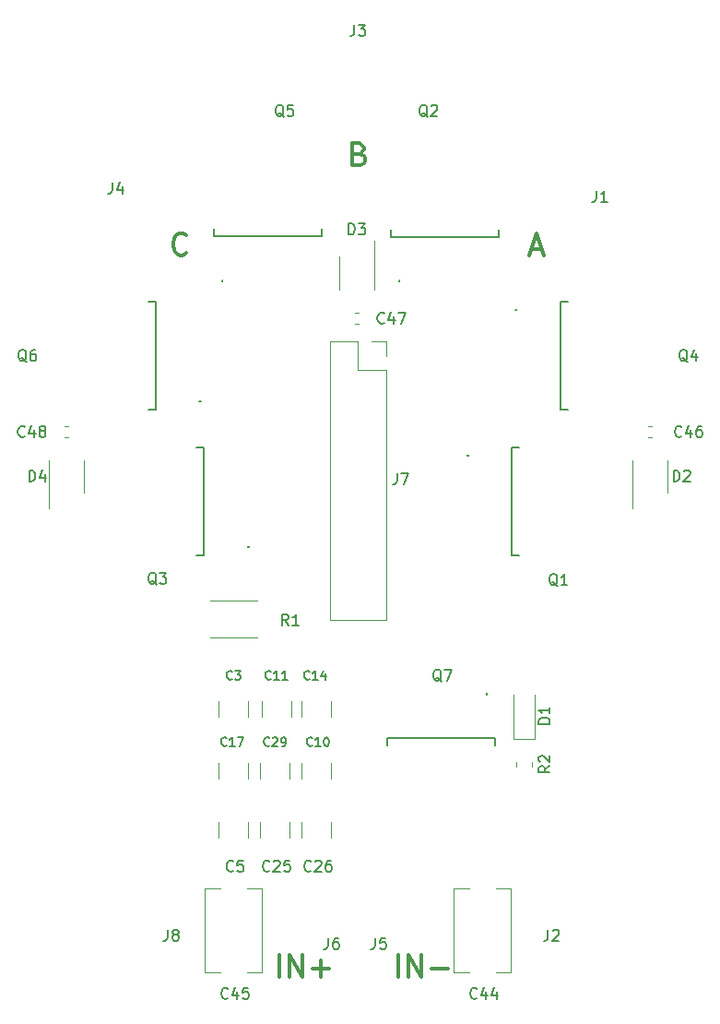
<source format=gbr>
%TF.GenerationSoftware,KiCad,Pcbnew,7.0.6*%
%TF.CreationDate,2023-12-21T21:59:25+03:00*%
%TF.ProjectId,_______ _____,21383b3e-3230-44f2-903f-3b3042302e6b,rev?*%
%TF.SameCoordinates,Original*%
%TF.FileFunction,Legend,Top*%
%TF.FilePolarity,Positive*%
%FSLAX46Y46*%
G04 Gerber Fmt 4.6, Leading zero omitted, Abs format (unit mm)*
G04 Created by KiCad (PCBNEW 7.0.6) date 2023-12-21 21:59:25*
%MOMM*%
%LPD*%
G01*
G04 APERTURE LIST*
%ADD10C,0.150000*%
%ADD11C,0.300000*%
%ADD12C,0.200000*%
%ADD13C,0.120000*%
G04 APERTURE END LIST*
D10*
X118919001Y-68933307D02*
X118823763Y-68885688D01*
X118823763Y-68885688D02*
X118728525Y-68790450D01*
X118728525Y-68790450D02*
X118585668Y-68647592D01*
X118585668Y-68647592D02*
X118490430Y-68599973D01*
X118490430Y-68599973D02*
X118395192Y-68599973D01*
X118442811Y-68838069D02*
X118347573Y-68790450D01*
X118347573Y-68790450D02*
X118252335Y-68695211D01*
X118252335Y-68695211D02*
X118204716Y-68504735D01*
X118204716Y-68504735D02*
X118204716Y-68171402D01*
X118204716Y-68171402D02*
X118252335Y-67980926D01*
X118252335Y-67980926D02*
X118347573Y-67885688D01*
X118347573Y-67885688D02*
X118442811Y-67838069D01*
X118442811Y-67838069D02*
X118633287Y-67838069D01*
X118633287Y-67838069D02*
X118728525Y-67885688D01*
X118728525Y-67885688D02*
X118823763Y-67980926D01*
X118823763Y-67980926D02*
X118871382Y-68171402D01*
X118871382Y-68171402D02*
X118871382Y-68504735D01*
X118871382Y-68504735D02*
X118823763Y-68695211D01*
X118823763Y-68695211D02*
X118728525Y-68790450D01*
X118728525Y-68790450D02*
X118633287Y-68838069D01*
X118633287Y-68838069D02*
X118442811Y-68838069D01*
X119728525Y-67838069D02*
X119538049Y-67838069D01*
X119538049Y-67838069D02*
X119442811Y-67885688D01*
X119442811Y-67885688D02*
X119395192Y-67933307D01*
X119395192Y-67933307D02*
X119299954Y-68076164D01*
X119299954Y-68076164D02*
X119252335Y-68266640D01*
X119252335Y-68266640D02*
X119252335Y-68647592D01*
X119252335Y-68647592D02*
X119299954Y-68742830D01*
X119299954Y-68742830D02*
X119347573Y-68790450D01*
X119347573Y-68790450D02*
X119442811Y-68838069D01*
X119442811Y-68838069D02*
X119633287Y-68838069D01*
X119633287Y-68838069D02*
X119728525Y-68790450D01*
X119728525Y-68790450D02*
X119776144Y-68742830D01*
X119776144Y-68742830D02*
X119823763Y-68647592D01*
X119823763Y-68647592D02*
X119823763Y-68409497D01*
X119823763Y-68409497D02*
X119776144Y-68314259D01*
X119776144Y-68314259D02*
X119728525Y-68266640D01*
X119728525Y-68266640D02*
X119633287Y-68219021D01*
X119633287Y-68219021D02*
X119442811Y-68219021D01*
X119442811Y-68219021D02*
X119347573Y-68266640D01*
X119347573Y-68266640D02*
X119299954Y-68314259D01*
X119299954Y-68314259D02*
X119252335Y-68409497D01*
X142541001Y-46454307D02*
X142445763Y-46406688D01*
X142445763Y-46406688D02*
X142350525Y-46311450D01*
X142350525Y-46311450D02*
X142207668Y-46168592D01*
X142207668Y-46168592D02*
X142112430Y-46120973D01*
X142112430Y-46120973D02*
X142017192Y-46120973D01*
X142064811Y-46359069D02*
X141969573Y-46311450D01*
X141969573Y-46311450D02*
X141874335Y-46216211D01*
X141874335Y-46216211D02*
X141826716Y-46025735D01*
X141826716Y-46025735D02*
X141826716Y-45692402D01*
X141826716Y-45692402D02*
X141874335Y-45501926D01*
X141874335Y-45501926D02*
X141969573Y-45406688D01*
X141969573Y-45406688D02*
X142064811Y-45359069D01*
X142064811Y-45359069D02*
X142255287Y-45359069D01*
X142255287Y-45359069D02*
X142350525Y-45406688D01*
X142350525Y-45406688D02*
X142445763Y-45501926D01*
X142445763Y-45501926D02*
X142493382Y-45692402D01*
X142493382Y-45692402D02*
X142493382Y-46025735D01*
X142493382Y-46025735D02*
X142445763Y-46216211D01*
X142445763Y-46216211D02*
X142350525Y-46311450D01*
X142350525Y-46311450D02*
X142255287Y-46359069D01*
X142255287Y-46359069D02*
X142064811Y-46359069D01*
X143398144Y-45359069D02*
X142921954Y-45359069D01*
X142921954Y-45359069D02*
X142874335Y-45835259D01*
X142874335Y-45835259D02*
X142921954Y-45787640D01*
X142921954Y-45787640D02*
X143017192Y-45740021D01*
X143017192Y-45740021D02*
X143255287Y-45740021D01*
X143255287Y-45740021D02*
X143350525Y-45787640D01*
X143350525Y-45787640D02*
X143398144Y-45835259D01*
X143398144Y-45835259D02*
X143445763Y-45930497D01*
X143445763Y-45930497D02*
X143445763Y-46168592D01*
X143445763Y-46168592D02*
X143398144Y-46263830D01*
X143398144Y-46263830D02*
X143350525Y-46311450D01*
X143350525Y-46311450D02*
X143255287Y-46359069D01*
X143255287Y-46359069D02*
X143017192Y-46359069D01*
X143017192Y-46359069D02*
X142921954Y-46311450D01*
X142921954Y-46311450D02*
X142874335Y-46263830D01*
X155749001Y-46454307D02*
X155653763Y-46406688D01*
X155653763Y-46406688D02*
X155558525Y-46311450D01*
X155558525Y-46311450D02*
X155415668Y-46168592D01*
X155415668Y-46168592D02*
X155320430Y-46120973D01*
X155320430Y-46120973D02*
X155225192Y-46120973D01*
X155272811Y-46359069D02*
X155177573Y-46311450D01*
X155177573Y-46311450D02*
X155082335Y-46216211D01*
X155082335Y-46216211D02*
X155034716Y-46025735D01*
X155034716Y-46025735D02*
X155034716Y-45692402D01*
X155034716Y-45692402D02*
X155082335Y-45501926D01*
X155082335Y-45501926D02*
X155177573Y-45406688D01*
X155177573Y-45406688D02*
X155272811Y-45359069D01*
X155272811Y-45359069D02*
X155463287Y-45359069D01*
X155463287Y-45359069D02*
X155558525Y-45406688D01*
X155558525Y-45406688D02*
X155653763Y-45501926D01*
X155653763Y-45501926D02*
X155701382Y-45692402D01*
X155701382Y-45692402D02*
X155701382Y-46025735D01*
X155701382Y-46025735D02*
X155653763Y-46216211D01*
X155653763Y-46216211D02*
X155558525Y-46311450D01*
X155558525Y-46311450D02*
X155463287Y-46359069D01*
X155463287Y-46359069D02*
X155272811Y-46359069D01*
X156082335Y-45454307D02*
X156129954Y-45406688D01*
X156129954Y-45406688D02*
X156225192Y-45359069D01*
X156225192Y-45359069D02*
X156463287Y-45359069D01*
X156463287Y-45359069D02*
X156558525Y-45406688D01*
X156558525Y-45406688D02*
X156606144Y-45454307D01*
X156606144Y-45454307D02*
X156653763Y-45549545D01*
X156653763Y-45549545D02*
X156653763Y-45644783D01*
X156653763Y-45644783D02*
X156606144Y-45787640D01*
X156606144Y-45787640D02*
X156034716Y-46359069D01*
X156034716Y-46359069D02*
X156653763Y-46359069D01*
X179625001Y-68933307D02*
X179529763Y-68885688D01*
X179529763Y-68885688D02*
X179434525Y-68790450D01*
X179434525Y-68790450D02*
X179291668Y-68647592D01*
X179291668Y-68647592D02*
X179196430Y-68599973D01*
X179196430Y-68599973D02*
X179101192Y-68599973D01*
X179148811Y-68838069D02*
X179053573Y-68790450D01*
X179053573Y-68790450D02*
X178958335Y-68695211D01*
X178958335Y-68695211D02*
X178910716Y-68504735D01*
X178910716Y-68504735D02*
X178910716Y-68171402D01*
X178910716Y-68171402D02*
X178958335Y-67980926D01*
X178958335Y-67980926D02*
X179053573Y-67885688D01*
X179053573Y-67885688D02*
X179148811Y-67838069D01*
X179148811Y-67838069D02*
X179339287Y-67838069D01*
X179339287Y-67838069D02*
X179434525Y-67885688D01*
X179434525Y-67885688D02*
X179529763Y-67980926D01*
X179529763Y-67980926D02*
X179577382Y-68171402D01*
X179577382Y-68171402D02*
X179577382Y-68504735D01*
X179577382Y-68504735D02*
X179529763Y-68695211D01*
X179529763Y-68695211D02*
X179434525Y-68790450D01*
X179434525Y-68790450D02*
X179339287Y-68838069D01*
X179339287Y-68838069D02*
X179148811Y-68838069D01*
X180434525Y-68171402D02*
X180434525Y-68838069D01*
X180196430Y-67790450D02*
X179958335Y-68504735D01*
X179958335Y-68504735D02*
X180577382Y-68504735D01*
X167687001Y-89507307D02*
X167591763Y-89459688D01*
X167591763Y-89459688D02*
X167496525Y-89364450D01*
X167496525Y-89364450D02*
X167353668Y-89221592D01*
X167353668Y-89221592D02*
X167258430Y-89173973D01*
X167258430Y-89173973D02*
X167163192Y-89173973D01*
X167210811Y-89412069D02*
X167115573Y-89364450D01*
X167115573Y-89364450D02*
X167020335Y-89269211D01*
X167020335Y-89269211D02*
X166972716Y-89078735D01*
X166972716Y-89078735D02*
X166972716Y-88745402D01*
X166972716Y-88745402D02*
X167020335Y-88554926D01*
X167020335Y-88554926D02*
X167115573Y-88459688D01*
X167115573Y-88459688D02*
X167210811Y-88412069D01*
X167210811Y-88412069D02*
X167401287Y-88412069D01*
X167401287Y-88412069D02*
X167496525Y-88459688D01*
X167496525Y-88459688D02*
X167591763Y-88554926D01*
X167591763Y-88554926D02*
X167639382Y-88745402D01*
X167639382Y-88745402D02*
X167639382Y-89078735D01*
X167639382Y-89078735D02*
X167591763Y-89269211D01*
X167591763Y-89269211D02*
X167496525Y-89364450D01*
X167496525Y-89364450D02*
X167401287Y-89412069D01*
X167401287Y-89412069D02*
X167210811Y-89412069D01*
X168591763Y-89412069D02*
X168020335Y-89412069D01*
X168306049Y-89412069D02*
X168306049Y-88412069D01*
X168306049Y-88412069D02*
X168210811Y-88554926D01*
X168210811Y-88554926D02*
X168115573Y-88650164D01*
X168115573Y-88650164D02*
X168020335Y-88697783D01*
X157019001Y-98270307D02*
X156923763Y-98222688D01*
X156923763Y-98222688D02*
X156828525Y-98127450D01*
X156828525Y-98127450D02*
X156685668Y-97984592D01*
X156685668Y-97984592D02*
X156590430Y-97936973D01*
X156590430Y-97936973D02*
X156495192Y-97936973D01*
X156542811Y-98175069D02*
X156447573Y-98127450D01*
X156447573Y-98127450D02*
X156352335Y-98032211D01*
X156352335Y-98032211D02*
X156304716Y-97841735D01*
X156304716Y-97841735D02*
X156304716Y-97508402D01*
X156304716Y-97508402D02*
X156352335Y-97317926D01*
X156352335Y-97317926D02*
X156447573Y-97222688D01*
X156447573Y-97222688D02*
X156542811Y-97175069D01*
X156542811Y-97175069D02*
X156733287Y-97175069D01*
X156733287Y-97175069D02*
X156828525Y-97222688D01*
X156828525Y-97222688D02*
X156923763Y-97317926D01*
X156923763Y-97317926D02*
X156971382Y-97508402D01*
X156971382Y-97508402D02*
X156971382Y-97841735D01*
X156971382Y-97841735D02*
X156923763Y-98032211D01*
X156923763Y-98032211D02*
X156828525Y-98127450D01*
X156828525Y-98127450D02*
X156733287Y-98175069D01*
X156733287Y-98175069D02*
X156542811Y-98175069D01*
X157304716Y-97175069D02*
X157971382Y-97175069D01*
X157971382Y-97175069D02*
X157542811Y-98175069D01*
X130857001Y-89380307D02*
X130761763Y-89332688D01*
X130761763Y-89332688D02*
X130666525Y-89237450D01*
X130666525Y-89237450D02*
X130523668Y-89094592D01*
X130523668Y-89094592D02*
X130428430Y-89046973D01*
X130428430Y-89046973D02*
X130333192Y-89046973D01*
X130380811Y-89285069D02*
X130285573Y-89237450D01*
X130285573Y-89237450D02*
X130190335Y-89142211D01*
X130190335Y-89142211D02*
X130142716Y-88951735D01*
X130142716Y-88951735D02*
X130142716Y-88618402D01*
X130142716Y-88618402D02*
X130190335Y-88427926D01*
X130190335Y-88427926D02*
X130285573Y-88332688D01*
X130285573Y-88332688D02*
X130380811Y-88285069D01*
X130380811Y-88285069D02*
X130571287Y-88285069D01*
X130571287Y-88285069D02*
X130666525Y-88332688D01*
X130666525Y-88332688D02*
X130761763Y-88427926D01*
X130761763Y-88427926D02*
X130809382Y-88618402D01*
X130809382Y-88618402D02*
X130809382Y-88951735D01*
X130809382Y-88951735D02*
X130761763Y-89142211D01*
X130761763Y-89142211D02*
X130666525Y-89237450D01*
X130666525Y-89237450D02*
X130571287Y-89285069D01*
X130571287Y-89285069D02*
X130380811Y-89285069D01*
X131142716Y-88285069D02*
X131761763Y-88285069D01*
X131761763Y-88285069D02*
X131428430Y-88666021D01*
X131428430Y-88666021D02*
X131571287Y-88666021D01*
X131571287Y-88666021D02*
X131666525Y-88713640D01*
X131666525Y-88713640D02*
X131714144Y-88761259D01*
X131714144Y-88761259D02*
X131761763Y-88856497D01*
X131761763Y-88856497D02*
X131761763Y-89094592D01*
X131761763Y-89094592D02*
X131714144Y-89189830D01*
X131714144Y-89189830D02*
X131666525Y-89237450D01*
X131666525Y-89237450D02*
X131571287Y-89285069D01*
X131571287Y-89285069D02*
X131285573Y-89285069D01*
X131285573Y-89285069D02*
X131190335Y-89237450D01*
X131190335Y-89237450D02*
X131142716Y-89189830D01*
X131888906Y-121051069D02*
X131888906Y-121765354D01*
X131888906Y-121765354D02*
X131841287Y-121908211D01*
X131841287Y-121908211D02*
X131746049Y-122003450D01*
X131746049Y-122003450D02*
X131603192Y-122051069D01*
X131603192Y-122051069D02*
X131507954Y-122051069D01*
X132507954Y-121479640D02*
X132412716Y-121432021D01*
X132412716Y-121432021D02*
X132365097Y-121384402D01*
X132365097Y-121384402D02*
X132317478Y-121289164D01*
X132317478Y-121289164D02*
X132317478Y-121241545D01*
X132317478Y-121241545D02*
X132365097Y-121146307D01*
X132365097Y-121146307D02*
X132412716Y-121098688D01*
X132412716Y-121098688D02*
X132507954Y-121051069D01*
X132507954Y-121051069D02*
X132698430Y-121051069D01*
X132698430Y-121051069D02*
X132793668Y-121098688D01*
X132793668Y-121098688D02*
X132841287Y-121146307D01*
X132841287Y-121146307D02*
X132888906Y-121241545D01*
X132888906Y-121241545D02*
X132888906Y-121289164D01*
X132888906Y-121289164D02*
X132841287Y-121384402D01*
X132841287Y-121384402D02*
X132793668Y-121432021D01*
X132793668Y-121432021D02*
X132698430Y-121479640D01*
X132698430Y-121479640D02*
X132507954Y-121479640D01*
X132507954Y-121479640D02*
X132412716Y-121527259D01*
X132412716Y-121527259D02*
X132365097Y-121574878D01*
X132365097Y-121574878D02*
X132317478Y-121670116D01*
X132317478Y-121670116D02*
X132317478Y-121860592D01*
X132317478Y-121860592D02*
X132365097Y-121955830D01*
X132365097Y-121955830D02*
X132412716Y-122003450D01*
X132412716Y-122003450D02*
X132507954Y-122051069D01*
X132507954Y-122051069D02*
X132698430Y-122051069D01*
X132698430Y-122051069D02*
X132793668Y-122003450D01*
X132793668Y-122003450D02*
X132841287Y-121955830D01*
X132841287Y-121955830D02*
X132888906Y-121860592D01*
X132888906Y-121860592D02*
X132888906Y-121670116D01*
X132888906Y-121670116D02*
X132841287Y-121574878D01*
X132841287Y-121574878D02*
X132793668Y-121527259D01*
X132793668Y-121527259D02*
X132698430Y-121479640D01*
X166813906Y-121051069D02*
X166813906Y-121765354D01*
X166813906Y-121765354D02*
X166766287Y-121908211D01*
X166766287Y-121908211D02*
X166671049Y-122003450D01*
X166671049Y-122003450D02*
X166528192Y-122051069D01*
X166528192Y-122051069D02*
X166432954Y-122051069D01*
X167242478Y-121146307D02*
X167290097Y-121098688D01*
X167290097Y-121098688D02*
X167385335Y-121051069D01*
X167385335Y-121051069D02*
X167623430Y-121051069D01*
X167623430Y-121051069D02*
X167718668Y-121098688D01*
X167718668Y-121098688D02*
X167766287Y-121146307D01*
X167766287Y-121146307D02*
X167813906Y-121241545D01*
X167813906Y-121241545D02*
X167813906Y-121336783D01*
X167813906Y-121336783D02*
X167766287Y-121479640D01*
X167766287Y-121479640D02*
X167194859Y-122051069D01*
X167194859Y-122051069D02*
X167813906Y-122051069D01*
X144915954Y-98006354D02*
X144877858Y-98044450D01*
X144877858Y-98044450D02*
X144763573Y-98082545D01*
X144763573Y-98082545D02*
X144687382Y-98082545D01*
X144687382Y-98082545D02*
X144573096Y-98044450D01*
X144573096Y-98044450D02*
X144496906Y-97968259D01*
X144496906Y-97968259D02*
X144458811Y-97892069D01*
X144458811Y-97892069D02*
X144420715Y-97739688D01*
X144420715Y-97739688D02*
X144420715Y-97625402D01*
X144420715Y-97625402D02*
X144458811Y-97473021D01*
X144458811Y-97473021D02*
X144496906Y-97396830D01*
X144496906Y-97396830D02*
X144573096Y-97320640D01*
X144573096Y-97320640D02*
X144687382Y-97282545D01*
X144687382Y-97282545D02*
X144763573Y-97282545D01*
X144763573Y-97282545D02*
X144877858Y-97320640D01*
X144877858Y-97320640D02*
X144915954Y-97358735D01*
X145677858Y-98082545D02*
X145220715Y-98082545D01*
X145449287Y-98082545D02*
X145449287Y-97282545D01*
X145449287Y-97282545D02*
X145373096Y-97396830D01*
X145373096Y-97396830D02*
X145296906Y-97473021D01*
X145296906Y-97473021D02*
X145220715Y-97511116D01*
X146363573Y-97549211D02*
X146363573Y-98082545D01*
X146173097Y-97244450D02*
X145982620Y-97815878D01*
X145982620Y-97815878D02*
X146477859Y-97815878D01*
X126808906Y-52471069D02*
X126808906Y-53185354D01*
X126808906Y-53185354D02*
X126761287Y-53328211D01*
X126761287Y-53328211D02*
X126666049Y-53423450D01*
X126666049Y-53423450D02*
X126523192Y-53471069D01*
X126523192Y-53471069D02*
X126427954Y-53471069D01*
X127713668Y-52804402D02*
X127713668Y-53471069D01*
X127475573Y-52423450D02*
X127237478Y-53137735D01*
X127237478Y-53137735D02*
X127856525Y-53137735D01*
D11*
X133603287Y-58942411D02*
X133508049Y-59037650D01*
X133508049Y-59037650D02*
X133222335Y-59132888D01*
X133222335Y-59132888D02*
X133031859Y-59132888D01*
X133031859Y-59132888D02*
X132746144Y-59037650D01*
X132746144Y-59037650D02*
X132555668Y-58847173D01*
X132555668Y-58847173D02*
X132460430Y-58656697D01*
X132460430Y-58656697D02*
X132365192Y-58275745D01*
X132365192Y-58275745D02*
X132365192Y-57990030D01*
X132365192Y-57990030D02*
X132460430Y-57609078D01*
X132460430Y-57609078D02*
X132555668Y-57418602D01*
X132555668Y-57418602D02*
X132746144Y-57228126D01*
X132746144Y-57228126D02*
X133031859Y-57132888D01*
X133031859Y-57132888D02*
X133222335Y-57132888D01*
X133222335Y-57132888D02*
X133508049Y-57228126D01*
X133508049Y-57228126D02*
X133603287Y-57323364D01*
D10*
X171258906Y-53233069D02*
X171258906Y-53947354D01*
X171258906Y-53947354D02*
X171211287Y-54090211D01*
X171211287Y-54090211D02*
X171116049Y-54185450D01*
X171116049Y-54185450D02*
X170973192Y-54233069D01*
X170973192Y-54233069D02*
X170877954Y-54233069D01*
X172258906Y-54233069D02*
X171687478Y-54233069D01*
X171973192Y-54233069D02*
X171973192Y-53233069D01*
X171973192Y-53233069D02*
X171877954Y-53375926D01*
X171877954Y-53375926D02*
X171782716Y-53471164D01*
X171782716Y-53471164D02*
X171687478Y-53518783D01*
D11*
X165274049Y-58561459D02*
X166226430Y-58561459D01*
X165083573Y-59132888D02*
X165750239Y-57132888D01*
X165750239Y-57132888D02*
X166416906Y-59132888D01*
D10*
X145041382Y-115605830D02*
X144993763Y-115653450D01*
X144993763Y-115653450D02*
X144850906Y-115701069D01*
X144850906Y-115701069D02*
X144755668Y-115701069D01*
X144755668Y-115701069D02*
X144612811Y-115653450D01*
X144612811Y-115653450D02*
X144517573Y-115558211D01*
X144517573Y-115558211D02*
X144469954Y-115462973D01*
X144469954Y-115462973D02*
X144422335Y-115272497D01*
X144422335Y-115272497D02*
X144422335Y-115129640D01*
X144422335Y-115129640D02*
X144469954Y-114939164D01*
X144469954Y-114939164D02*
X144517573Y-114843926D01*
X144517573Y-114843926D02*
X144612811Y-114748688D01*
X144612811Y-114748688D02*
X144755668Y-114701069D01*
X144755668Y-114701069D02*
X144850906Y-114701069D01*
X144850906Y-114701069D02*
X144993763Y-114748688D01*
X144993763Y-114748688D02*
X145041382Y-114796307D01*
X145422335Y-114796307D02*
X145469954Y-114748688D01*
X145469954Y-114748688D02*
X145565192Y-114701069D01*
X145565192Y-114701069D02*
X145803287Y-114701069D01*
X145803287Y-114701069D02*
X145898525Y-114748688D01*
X145898525Y-114748688D02*
X145946144Y-114796307D01*
X145946144Y-114796307D02*
X145993763Y-114891545D01*
X145993763Y-114891545D02*
X145993763Y-114986783D01*
X145993763Y-114986783D02*
X145946144Y-115129640D01*
X145946144Y-115129640D02*
X145374716Y-115701069D01*
X145374716Y-115701069D02*
X145993763Y-115701069D01*
X146850906Y-114701069D02*
X146660430Y-114701069D01*
X146660430Y-114701069D02*
X146565192Y-114748688D01*
X146565192Y-114748688D02*
X146517573Y-114796307D01*
X146517573Y-114796307D02*
X146422335Y-114939164D01*
X146422335Y-114939164D02*
X146374716Y-115129640D01*
X146374716Y-115129640D02*
X146374716Y-115510592D01*
X146374716Y-115510592D02*
X146422335Y-115605830D01*
X146422335Y-115605830D02*
X146469954Y-115653450D01*
X146469954Y-115653450D02*
X146565192Y-115701069D01*
X146565192Y-115701069D02*
X146755668Y-115701069D01*
X146755668Y-115701069D02*
X146850906Y-115653450D01*
X146850906Y-115653450D02*
X146898525Y-115605830D01*
X146898525Y-115605830D02*
X146946144Y-115510592D01*
X146946144Y-115510592D02*
X146946144Y-115272497D01*
X146946144Y-115272497D02*
X146898525Y-115177259D01*
X146898525Y-115177259D02*
X146850906Y-115129640D01*
X146850906Y-115129640D02*
X146755668Y-115082021D01*
X146755668Y-115082021D02*
X146565192Y-115082021D01*
X146565192Y-115082021D02*
X146469954Y-115129640D01*
X146469954Y-115129640D02*
X146422335Y-115177259D01*
X146422335Y-115177259D02*
X146374716Y-115272497D01*
X151772382Y-65313830D02*
X151724763Y-65361450D01*
X151724763Y-65361450D02*
X151581906Y-65409069D01*
X151581906Y-65409069D02*
X151486668Y-65409069D01*
X151486668Y-65409069D02*
X151343811Y-65361450D01*
X151343811Y-65361450D02*
X151248573Y-65266211D01*
X151248573Y-65266211D02*
X151200954Y-65170973D01*
X151200954Y-65170973D02*
X151153335Y-64980497D01*
X151153335Y-64980497D02*
X151153335Y-64837640D01*
X151153335Y-64837640D02*
X151200954Y-64647164D01*
X151200954Y-64647164D02*
X151248573Y-64551926D01*
X151248573Y-64551926D02*
X151343811Y-64456688D01*
X151343811Y-64456688D02*
X151486668Y-64409069D01*
X151486668Y-64409069D02*
X151581906Y-64409069D01*
X151581906Y-64409069D02*
X151724763Y-64456688D01*
X151724763Y-64456688D02*
X151772382Y-64504307D01*
X152629525Y-64742402D02*
X152629525Y-65409069D01*
X152391430Y-64361450D02*
X152153335Y-65075735D01*
X152153335Y-65075735D02*
X152772382Y-65075735D01*
X153058097Y-64409069D02*
X153724763Y-64409069D01*
X153724763Y-64409069D02*
X153296192Y-65409069D01*
X141231382Y-115605830D02*
X141183763Y-115653450D01*
X141183763Y-115653450D02*
X141040906Y-115701069D01*
X141040906Y-115701069D02*
X140945668Y-115701069D01*
X140945668Y-115701069D02*
X140802811Y-115653450D01*
X140802811Y-115653450D02*
X140707573Y-115558211D01*
X140707573Y-115558211D02*
X140659954Y-115462973D01*
X140659954Y-115462973D02*
X140612335Y-115272497D01*
X140612335Y-115272497D02*
X140612335Y-115129640D01*
X140612335Y-115129640D02*
X140659954Y-114939164D01*
X140659954Y-114939164D02*
X140707573Y-114843926D01*
X140707573Y-114843926D02*
X140802811Y-114748688D01*
X140802811Y-114748688D02*
X140945668Y-114701069D01*
X140945668Y-114701069D02*
X141040906Y-114701069D01*
X141040906Y-114701069D02*
X141183763Y-114748688D01*
X141183763Y-114748688D02*
X141231382Y-114796307D01*
X141612335Y-114796307D02*
X141659954Y-114748688D01*
X141659954Y-114748688D02*
X141755192Y-114701069D01*
X141755192Y-114701069D02*
X141993287Y-114701069D01*
X141993287Y-114701069D02*
X142088525Y-114748688D01*
X142088525Y-114748688D02*
X142136144Y-114796307D01*
X142136144Y-114796307D02*
X142183763Y-114891545D01*
X142183763Y-114891545D02*
X142183763Y-114986783D01*
X142183763Y-114986783D02*
X142136144Y-115129640D01*
X142136144Y-115129640D02*
X141564716Y-115701069D01*
X141564716Y-115701069D02*
X142183763Y-115701069D01*
X143088525Y-114701069D02*
X142612335Y-114701069D01*
X142612335Y-114701069D02*
X142564716Y-115177259D01*
X142564716Y-115177259D02*
X142612335Y-115129640D01*
X142612335Y-115129640D02*
X142707573Y-115082021D01*
X142707573Y-115082021D02*
X142945668Y-115082021D01*
X142945668Y-115082021D02*
X143040906Y-115129640D01*
X143040906Y-115129640D02*
X143088525Y-115177259D01*
X143088525Y-115177259D02*
X143136144Y-115272497D01*
X143136144Y-115272497D02*
X143136144Y-115510592D01*
X143136144Y-115510592D02*
X143088525Y-115605830D01*
X143088525Y-115605830D02*
X143040906Y-115653450D01*
X143040906Y-115653450D02*
X142945668Y-115701069D01*
X142945668Y-115701069D02*
X142707573Y-115701069D01*
X142707573Y-115701069D02*
X142612335Y-115653450D01*
X142612335Y-115653450D02*
X142564716Y-115605830D01*
X146620906Y-121813069D02*
X146620906Y-122527354D01*
X146620906Y-122527354D02*
X146573287Y-122670211D01*
X146573287Y-122670211D02*
X146478049Y-122765450D01*
X146478049Y-122765450D02*
X146335192Y-122813069D01*
X146335192Y-122813069D02*
X146239954Y-122813069D01*
X147525668Y-121813069D02*
X147335192Y-121813069D01*
X147335192Y-121813069D02*
X147239954Y-121860688D01*
X147239954Y-121860688D02*
X147192335Y-121908307D01*
X147192335Y-121908307D02*
X147097097Y-122051164D01*
X147097097Y-122051164D02*
X147049478Y-122241640D01*
X147049478Y-122241640D02*
X147049478Y-122622592D01*
X147049478Y-122622592D02*
X147097097Y-122717830D01*
X147097097Y-122717830D02*
X147144716Y-122765450D01*
X147144716Y-122765450D02*
X147239954Y-122813069D01*
X147239954Y-122813069D02*
X147430430Y-122813069D01*
X147430430Y-122813069D02*
X147525668Y-122765450D01*
X147525668Y-122765450D02*
X147573287Y-122717830D01*
X147573287Y-122717830D02*
X147620906Y-122622592D01*
X147620906Y-122622592D02*
X147620906Y-122384497D01*
X147620906Y-122384497D02*
X147573287Y-122289259D01*
X147573287Y-122289259D02*
X147525668Y-122241640D01*
X147525668Y-122241640D02*
X147430430Y-122194021D01*
X147430430Y-122194021D02*
X147239954Y-122194021D01*
X147239954Y-122194021D02*
X147144716Y-122241640D01*
X147144716Y-122241640D02*
X147097097Y-122289259D01*
X147097097Y-122289259D02*
X147049478Y-122384497D01*
D11*
X142128526Y-125345888D02*
X142128526Y-123345888D01*
X143080907Y-125345888D02*
X143080907Y-123345888D01*
X143080907Y-123345888D02*
X144223764Y-125345888D01*
X144223764Y-125345888D02*
X144223764Y-123345888D01*
X145176145Y-124583983D02*
X146699955Y-124583983D01*
X145938050Y-125345888D02*
X145938050Y-123822078D01*
D10*
X178347145Y-79887069D02*
X178347145Y-78887069D01*
X178347145Y-78887069D02*
X178585240Y-78887069D01*
X178585240Y-78887069D02*
X178728097Y-78934688D01*
X178728097Y-78934688D02*
X178823335Y-79029926D01*
X178823335Y-79029926D02*
X178870954Y-79125164D01*
X178870954Y-79125164D02*
X178918573Y-79315640D01*
X178918573Y-79315640D02*
X178918573Y-79458497D01*
X178918573Y-79458497D02*
X178870954Y-79648973D01*
X178870954Y-79648973D02*
X178823335Y-79744211D01*
X178823335Y-79744211D02*
X178728097Y-79839450D01*
X178728097Y-79839450D02*
X178585240Y-79887069D01*
X178585240Y-79887069D02*
X178347145Y-79887069D01*
X179299526Y-78982307D02*
X179347145Y-78934688D01*
X179347145Y-78934688D02*
X179442383Y-78887069D01*
X179442383Y-78887069D02*
X179680478Y-78887069D01*
X179680478Y-78887069D02*
X179775716Y-78934688D01*
X179775716Y-78934688D02*
X179823335Y-78982307D01*
X179823335Y-78982307D02*
X179870954Y-79077545D01*
X179870954Y-79077545D02*
X179870954Y-79172783D01*
X179870954Y-79172783D02*
X179823335Y-79315640D01*
X179823335Y-79315640D02*
X179251907Y-79887069D01*
X179251907Y-79887069D02*
X179870954Y-79887069D01*
X137803907Y-98006354D02*
X137765811Y-98044450D01*
X137765811Y-98044450D02*
X137651526Y-98082545D01*
X137651526Y-98082545D02*
X137575335Y-98082545D01*
X137575335Y-98082545D02*
X137461049Y-98044450D01*
X137461049Y-98044450D02*
X137384859Y-97968259D01*
X137384859Y-97968259D02*
X137346764Y-97892069D01*
X137346764Y-97892069D02*
X137308668Y-97739688D01*
X137308668Y-97739688D02*
X137308668Y-97625402D01*
X137308668Y-97625402D02*
X137346764Y-97473021D01*
X137346764Y-97473021D02*
X137384859Y-97396830D01*
X137384859Y-97396830D02*
X137461049Y-97320640D01*
X137461049Y-97320640D02*
X137575335Y-97282545D01*
X137575335Y-97282545D02*
X137651526Y-97282545D01*
X137651526Y-97282545D02*
X137765811Y-97320640D01*
X137765811Y-97320640D02*
X137803907Y-97358735D01*
X138070573Y-97282545D02*
X138565811Y-97282545D01*
X138565811Y-97282545D02*
X138299145Y-97587307D01*
X138299145Y-97587307D02*
X138413430Y-97587307D01*
X138413430Y-97587307D02*
X138489621Y-97625402D01*
X138489621Y-97625402D02*
X138527716Y-97663497D01*
X138527716Y-97663497D02*
X138565811Y-97739688D01*
X138565811Y-97739688D02*
X138565811Y-97930164D01*
X138565811Y-97930164D02*
X138527716Y-98006354D01*
X138527716Y-98006354D02*
X138489621Y-98044450D01*
X138489621Y-98044450D02*
X138413430Y-98082545D01*
X138413430Y-98082545D02*
X138184859Y-98082545D01*
X138184859Y-98082545D02*
X138108668Y-98044450D01*
X138108668Y-98044450D02*
X138070573Y-98006354D01*
X152970906Y-79141069D02*
X152970906Y-79855354D01*
X152970906Y-79855354D02*
X152923287Y-79998211D01*
X152923287Y-79998211D02*
X152828049Y-80093450D01*
X152828049Y-80093450D02*
X152685192Y-80141069D01*
X152685192Y-80141069D02*
X152589954Y-80141069D01*
X153351859Y-79141069D02*
X154018525Y-79141069D01*
X154018525Y-79141069D02*
X153589954Y-80141069D01*
X149033906Y-37993069D02*
X149033906Y-38707354D01*
X149033906Y-38707354D02*
X148986287Y-38850211D01*
X148986287Y-38850211D02*
X148891049Y-38945450D01*
X148891049Y-38945450D02*
X148748192Y-38993069D01*
X148748192Y-38993069D02*
X148652954Y-38993069D01*
X149414859Y-37993069D02*
X150033906Y-37993069D01*
X150033906Y-37993069D02*
X149700573Y-38374021D01*
X149700573Y-38374021D02*
X149843430Y-38374021D01*
X149843430Y-38374021D02*
X149938668Y-38421640D01*
X149938668Y-38421640D02*
X149986287Y-38469259D01*
X149986287Y-38469259D02*
X150033906Y-38564497D01*
X150033906Y-38564497D02*
X150033906Y-38802592D01*
X150033906Y-38802592D02*
X149986287Y-38897830D01*
X149986287Y-38897830D02*
X149938668Y-38945450D01*
X149938668Y-38945450D02*
X149843430Y-38993069D01*
X149843430Y-38993069D02*
X149557716Y-38993069D01*
X149557716Y-38993069D02*
X149462478Y-38945450D01*
X149462478Y-38945450D02*
X149414859Y-38897830D01*
D11*
X149510097Y-49830269D02*
X149795811Y-49925507D01*
X149795811Y-49925507D02*
X149891049Y-50020745D01*
X149891049Y-50020745D02*
X149986287Y-50211221D01*
X149986287Y-50211221D02*
X149986287Y-50496935D01*
X149986287Y-50496935D02*
X149891049Y-50687411D01*
X149891049Y-50687411D02*
X149795811Y-50782650D01*
X149795811Y-50782650D02*
X149605335Y-50877888D01*
X149605335Y-50877888D02*
X148843430Y-50877888D01*
X148843430Y-50877888D02*
X148843430Y-48877888D01*
X148843430Y-48877888D02*
X149510097Y-48877888D01*
X149510097Y-48877888D02*
X149700573Y-48973126D01*
X149700573Y-48973126D02*
X149795811Y-49068364D01*
X149795811Y-49068364D02*
X149891049Y-49258840D01*
X149891049Y-49258840D02*
X149891049Y-49449316D01*
X149891049Y-49449316D02*
X149795811Y-49639792D01*
X149795811Y-49639792D02*
X149700573Y-49735030D01*
X149700573Y-49735030D02*
X149510097Y-49830269D01*
X149510097Y-49830269D02*
X148843430Y-49830269D01*
D10*
X160281382Y-127289830D02*
X160233763Y-127337450D01*
X160233763Y-127337450D02*
X160090906Y-127385069D01*
X160090906Y-127385069D02*
X159995668Y-127385069D01*
X159995668Y-127385069D02*
X159852811Y-127337450D01*
X159852811Y-127337450D02*
X159757573Y-127242211D01*
X159757573Y-127242211D02*
X159709954Y-127146973D01*
X159709954Y-127146973D02*
X159662335Y-126956497D01*
X159662335Y-126956497D02*
X159662335Y-126813640D01*
X159662335Y-126813640D02*
X159709954Y-126623164D01*
X159709954Y-126623164D02*
X159757573Y-126527926D01*
X159757573Y-126527926D02*
X159852811Y-126432688D01*
X159852811Y-126432688D02*
X159995668Y-126385069D01*
X159995668Y-126385069D02*
X160090906Y-126385069D01*
X160090906Y-126385069D02*
X160233763Y-126432688D01*
X160233763Y-126432688D02*
X160281382Y-126480307D01*
X161138525Y-126718402D02*
X161138525Y-127385069D01*
X160900430Y-126337450D02*
X160662335Y-127051735D01*
X160662335Y-127051735D02*
X161281382Y-127051735D01*
X162090906Y-126718402D02*
X162090906Y-127385069D01*
X161852811Y-126337450D02*
X161614716Y-127051735D01*
X161614716Y-127051735D02*
X162233763Y-127051735D01*
X148502145Y-57234569D02*
X148502145Y-56234569D01*
X148502145Y-56234569D02*
X148740240Y-56234569D01*
X148740240Y-56234569D02*
X148883097Y-56282188D01*
X148883097Y-56282188D02*
X148978335Y-56377426D01*
X148978335Y-56377426D02*
X149025954Y-56472664D01*
X149025954Y-56472664D02*
X149073573Y-56663140D01*
X149073573Y-56663140D02*
X149073573Y-56805997D01*
X149073573Y-56805997D02*
X149025954Y-56996473D01*
X149025954Y-56996473D02*
X148978335Y-57091711D01*
X148978335Y-57091711D02*
X148883097Y-57186950D01*
X148883097Y-57186950D02*
X148740240Y-57234569D01*
X148740240Y-57234569D02*
X148502145Y-57234569D01*
X149406907Y-56234569D02*
X150025954Y-56234569D01*
X150025954Y-56234569D02*
X149692621Y-56615521D01*
X149692621Y-56615521D02*
X149835478Y-56615521D01*
X149835478Y-56615521D02*
X149930716Y-56663140D01*
X149930716Y-56663140D02*
X149978335Y-56710759D01*
X149978335Y-56710759D02*
X150025954Y-56805997D01*
X150025954Y-56805997D02*
X150025954Y-57044092D01*
X150025954Y-57044092D02*
X149978335Y-57139330D01*
X149978335Y-57139330D02*
X149930716Y-57186950D01*
X149930716Y-57186950D02*
X149835478Y-57234569D01*
X149835478Y-57234569D02*
X149549764Y-57234569D01*
X149549764Y-57234569D02*
X149454526Y-57186950D01*
X149454526Y-57186950D02*
X149406907Y-57139330D01*
X141232954Y-104102354D02*
X141194858Y-104140450D01*
X141194858Y-104140450D02*
X141080573Y-104178545D01*
X141080573Y-104178545D02*
X141004382Y-104178545D01*
X141004382Y-104178545D02*
X140890096Y-104140450D01*
X140890096Y-104140450D02*
X140813906Y-104064259D01*
X140813906Y-104064259D02*
X140775811Y-103988069D01*
X140775811Y-103988069D02*
X140737715Y-103835688D01*
X140737715Y-103835688D02*
X140737715Y-103721402D01*
X140737715Y-103721402D02*
X140775811Y-103569021D01*
X140775811Y-103569021D02*
X140813906Y-103492830D01*
X140813906Y-103492830D02*
X140890096Y-103416640D01*
X140890096Y-103416640D02*
X141004382Y-103378545D01*
X141004382Y-103378545D02*
X141080573Y-103378545D01*
X141080573Y-103378545D02*
X141194858Y-103416640D01*
X141194858Y-103416640D02*
X141232954Y-103454735D01*
X141537715Y-103454735D02*
X141575811Y-103416640D01*
X141575811Y-103416640D02*
X141652001Y-103378545D01*
X141652001Y-103378545D02*
X141842477Y-103378545D01*
X141842477Y-103378545D02*
X141918668Y-103416640D01*
X141918668Y-103416640D02*
X141956763Y-103454735D01*
X141956763Y-103454735D02*
X141994858Y-103530926D01*
X141994858Y-103530926D02*
X141994858Y-103607116D01*
X141994858Y-103607116D02*
X141956763Y-103721402D01*
X141956763Y-103721402D02*
X141499620Y-104178545D01*
X141499620Y-104178545D02*
X141994858Y-104178545D01*
X142375811Y-104178545D02*
X142528192Y-104178545D01*
X142528192Y-104178545D02*
X142604382Y-104140450D01*
X142604382Y-104140450D02*
X142642478Y-104102354D01*
X142642478Y-104102354D02*
X142718668Y-103988069D01*
X142718668Y-103988069D02*
X142756763Y-103835688D01*
X142756763Y-103835688D02*
X142756763Y-103530926D01*
X142756763Y-103530926D02*
X142718668Y-103454735D01*
X142718668Y-103454735D02*
X142680573Y-103416640D01*
X142680573Y-103416640D02*
X142604382Y-103378545D01*
X142604382Y-103378545D02*
X142452001Y-103378545D01*
X142452001Y-103378545D02*
X142375811Y-103416640D01*
X142375811Y-103416640D02*
X142337716Y-103454735D01*
X142337716Y-103454735D02*
X142299620Y-103530926D01*
X142299620Y-103530926D02*
X142299620Y-103721402D01*
X142299620Y-103721402D02*
X142337716Y-103797592D01*
X142337716Y-103797592D02*
X142375811Y-103835688D01*
X142375811Y-103835688D02*
X142452001Y-103873783D01*
X142452001Y-103873783D02*
X142604382Y-103873783D01*
X142604382Y-103873783D02*
X142680573Y-103835688D01*
X142680573Y-103835688D02*
X142718668Y-103797592D01*
X142718668Y-103797592D02*
X142756763Y-103721402D01*
X118752382Y-75727830D02*
X118704763Y-75775450D01*
X118704763Y-75775450D02*
X118561906Y-75823069D01*
X118561906Y-75823069D02*
X118466668Y-75823069D01*
X118466668Y-75823069D02*
X118323811Y-75775450D01*
X118323811Y-75775450D02*
X118228573Y-75680211D01*
X118228573Y-75680211D02*
X118180954Y-75584973D01*
X118180954Y-75584973D02*
X118133335Y-75394497D01*
X118133335Y-75394497D02*
X118133335Y-75251640D01*
X118133335Y-75251640D02*
X118180954Y-75061164D01*
X118180954Y-75061164D02*
X118228573Y-74965926D01*
X118228573Y-74965926D02*
X118323811Y-74870688D01*
X118323811Y-74870688D02*
X118466668Y-74823069D01*
X118466668Y-74823069D02*
X118561906Y-74823069D01*
X118561906Y-74823069D02*
X118704763Y-74870688D01*
X118704763Y-74870688D02*
X118752382Y-74918307D01*
X119609525Y-75156402D02*
X119609525Y-75823069D01*
X119371430Y-74775450D02*
X119133335Y-75489735D01*
X119133335Y-75489735D02*
X119752382Y-75489735D01*
X120276192Y-75251640D02*
X120180954Y-75204021D01*
X120180954Y-75204021D02*
X120133335Y-75156402D01*
X120133335Y-75156402D02*
X120085716Y-75061164D01*
X120085716Y-75061164D02*
X120085716Y-75013545D01*
X120085716Y-75013545D02*
X120133335Y-74918307D01*
X120133335Y-74918307D02*
X120180954Y-74870688D01*
X120180954Y-74870688D02*
X120276192Y-74823069D01*
X120276192Y-74823069D02*
X120466668Y-74823069D01*
X120466668Y-74823069D02*
X120561906Y-74870688D01*
X120561906Y-74870688D02*
X120609525Y-74918307D01*
X120609525Y-74918307D02*
X120657144Y-75013545D01*
X120657144Y-75013545D02*
X120657144Y-75061164D01*
X120657144Y-75061164D02*
X120609525Y-75156402D01*
X120609525Y-75156402D02*
X120561906Y-75204021D01*
X120561906Y-75204021D02*
X120466668Y-75251640D01*
X120466668Y-75251640D02*
X120276192Y-75251640D01*
X120276192Y-75251640D02*
X120180954Y-75299259D01*
X120180954Y-75299259D02*
X120133335Y-75346878D01*
X120133335Y-75346878D02*
X120085716Y-75442116D01*
X120085716Y-75442116D02*
X120085716Y-75632592D01*
X120085716Y-75632592D02*
X120133335Y-75727830D01*
X120133335Y-75727830D02*
X120180954Y-75775450D01*
X120180954Y-75775450D02*
X120276192Y-75823069D01*
X120276192Y-75823069D02*
X120466668Y-75823069D01*
X120466668Y-75823069D02*
X120561906Y-75775450D01*
X120561906Y-75775450D02*
X120609525Y-75727830D01*
X120609525Y-75727830D02*
X120657144Y-75632592D01*
X120657144Y-75632592D02*
X120657144Y-75442116D01*
X120657144Y-75442116D02*
X120609525Y-75346878D01*
X120609525Y-75346878D02*
X120561906Y-75299259D01*
X120561906Y-75299259D02*
X120466668Y-75251640D01*
X150938906Y-121813069D02*
X150938906Y-122527354D01*
X150938906Y-122527354D02*
X150891287Y-122670211D01*
X150891287Y-122670211D02*
X150796049Y-122765450D01*
X150796049Y-122765450D02*
X150653192Y-122813069D01*
X150653192Y-122813069D02*
X150557954Y-122813069D01*
X151891287Y-121813069D02*
X151415097Y-121813069D01*
X151415097Y-121813069D02*
X151367478Y-122289259D01*
X151367478Y-122289259D02*
X151415097Y-122241640D01*
X151415097Y-122241640D02*
X151510335Y-122194021D01*
X151510335Y-122194021D02*
X151748430Y-122194021D01*
X151748430Y-122194021D02*
X151843668Y-122241640D01*
X151843668Y-122241640D02*
X151891287Y-122289259D01*
X151891287Y-122289259D02*
X151938906Y-122384497D01*
X151938906Y-122384497D02*
X151938906Y-122622592D01*
X151938906Y-122622592D02*
X151891287Y-122717830D01*
X151891287Y-122717830D02*
X151843668Y-122765450D01*
X151843668Y-122765450D02*
X151748430Y-122813069D01*
X151748430Y-122813069D02*
X151510335Y-122813069D01*
X151510335Y-122813069D02*
X151415097Y-122765450D01*
X151415097Y-122765450D02*
X151367478Y-122717830D01*
D11*
X153050526Y-125345888D02*
X153050526Y-123345888D01*
X154002907Y-125345888D02*
X154002907Y-123345888D01*
X154002907Y-123345888D02*
X155145764Y-125345888D01*
X155145764Y-125345888D02*
X155145764Y-123345888D01*
X156098145Y-124583983D02*
X157621955Y-124583983D01*
D10*
X137897573Y-115605830D02*
X137849954Y-115653450D01*
X137849954Y-115653450D02*
X137707097Y-115701069D01*
X137707097Y-115701069D02*
X137611859Y-115701069D01*
X137611859Y-115701069D02*
X137469002Y-115653450D01*
X137469002Y-115653450D02*
X137373764Y-115558211D01*
X137373764Y-115558211D02*
X137326145Y-115462973D01*
X137326145Y-115462973D02*
X137278526Y-115272497D01*
X137278526Y-115272497D02*
X137278526Y-115129640D01*
X137278526Y-115129640D02*
X137326145Y-114939164D01*
X137326145Y-114939164D02*
X137373764Y-114843926D01*
X137373764Y-114843926D02*
X137469002Y-114748688D01*
X137469002Y-114748688D02*
X137611859Y-114701069D01*
X137611859Y-114701069D02*
X137707097Y-114701069D01*
X137707097Y-114701069D02*
X137849954Y-114748688D01*
X137849954Y-114748688D02*
X137897573Y-114796307D01*
X138802335Y-114701069D02*
X138326145Y-114701069D01*
X138326145Y-114701069D02*
X138278526Y-115177259D01*
X138278526Y-115177259D02*
X138326145Y-115129640D01*
X138326145Y-115129640D02*
X138421383Y-115082021D01*
X138421383Y-115082021D02*
X138659478Y-115082021D01*
X138659478Y-115082021D02*
X138754716Y-115129640D01*
X138754716Y-115129640D02*
X138802335Y-115177259D01*
X138802335Y-115177259D02*
X138849954Y-115272497D01*
X138849954Y-115272497D02*
X138849954Y-115510592D01*
X138849954Y-115510592D02*
X138802335Y-115605830D01*
X138802335Y-115605830D02*
X138754716Y-115653450D01*
X138754716Y-115653450D02*
X138659478Y-115701069D01*
X138659478Y-115701069D02*
X138421383Y-115701069D01*
X138421383Y-115701069D02*
X138326145Y-115653450D01*
X138326145Y-115653450D02*
X138278526Y-115605830D01*
X142977573Y-93095069D02*
X142644240Y-92618878D01*
X142406145Y-93095069D02*
X142406145Y-92095069D01*
X142406145Y-92095069D02*
X142787097Y-92095069D01*
X142787097Y-92095069D02*
X142882335Y-92142688D01*
X142882335Y-92142688D02*
X142929954Y-92190307D01*
X142929954Y-92190307D02*
X142977573Y-92285545D01*
X142977573Y-92285545D02*
X142977573Y-92428402D01*
X142977573Y-92428402D02*
X142929954Y-92523640D01*
X142929954Y-92523640D02*
X142882335Y-92571259D01*
X142882335Y-92571259D02*
X142787097Y-92618878D01*
X142787097Y-92618878D02*
X142406145Y-92618878D01*
X143929954Y-93095069D02*
X143358526Y-93095069D01*
X143644240Y-93095069D02*
X143644240Y-92095069D01*
X143644240Y-92095069D02*
X143549002Y-92237926D01*
X143549002Y-92237926D02*
X143453764Y-92333164D01*
X143453764Y-92333164D02*
X143358526Y-92380783D01*
X166967059Y-102141344D02*
X165967059Y-102141344D01*
X165967059Y-102141344D02*
X165967059Y-101903249D01*
X165967059Y-101903249D02*
X166014678Y-101760392D01*
X166014678Y-101760392D02*
X166109916Y-101665154D01*
X166109916Y-101665154D02*
X166205154Y-101617535D01*
X166205154Y-101617535D02*
X166395630Y-101569916D01*
X166395630Y-101569916D02*
X166538487Y-101569916D01*
X166538487Y-101569916D02*
X166728963Y-101617535D01*
X166728963Y-101617535D02*
X166824201Y-101665154D01*
X166824201Y-101665154D02*
X166919440Y-101760392D01*
X166919440Y-101760392D02*
X166967059Y-101903249D01*
X166967059Y-101903249D02*
X166967059Y-102141344D01*
X166967059Y-100617535D02*
X166967059Y-101188963D01*
X166967059Y-100903249D02*
X165967059Y-100903249D01*
X165967059Y-100903249D02*
X166109916Y-100998487D01*
X166109916Y-100998487D02*
X166205154Y-101093725D01*
X166205154Y-101093725D02*
X166252773Y-101188963D01*
X145169954Y-104102354D02*
X145131858Y-104140450D01*
X145131858Y-104140450D02*
X145017573Y-104178545D01*
X145017573Y-104178545D02*
X144941382Y-104178545D01*
X144941382Y-104178545D02*
X144827096Y-104140450D01*
X144827096Y-104140450D02*
X144750906Y-104064259D01*
X144750906Y-104064259D02*
X144712811Y-103988069D01*
X144712811Y-103988069D02*
X144674715Y-103835688D01*
X144674715Y-103835688D02*
X144674715Y-103721402D01*
X144674715Y-103721402D02*
X144712811Y-103569021D01*
X144712811Y-103569021D02*
X144750906Y-103492830D01*
X144750906Y-103492830D02*
X144827096Y-103416640D01*
X144827096Y-103416640D02*
X144941382Y-103378545D01*
X144941382Y-103378545D02*
X145017573Y-103378545D01*
X145017573Y-103378545D02*
X145131858Y-103416640D01*
X145131858Y-103416640D02*
X145169954Y-103454735D01*
X145931858Y-104178545D02*
X145474715Y-104178545D01*
X145703287Y-104178545D02*
X145703287Y-103378545D01*
X145703287Y-103378545D02*
X145627096Y-103492830D01*
X145627096Y-103492830D02*
X145550906Y-103569021D01*
X145550906Y-103569021D02*
X145474715Y-103607116D01*
X146427097Y-103378545D02*
X146503287Y-103378545D01*
X146503287Y-103378545D02*
X146579478Y-103416640D01*
X146579478Y-103416640D02*
X146617573Y-103454735D01*
X146617573Y-103454735D02*
X146655668Y-103530926D01*
X146655668Y-103530926D02*
X146693763Y-103683307D01*
X146693763Y-103683307D02*
X146693763Y-103873783D01*
X146693763Y-103873783D02*
X146655668Y-104026164D01*
X146655668Y-104026164D02*
X146617573Y-104102354D01*
X146617573Y-104102354D02*
X146579478Y-104140450D01*
X146579478Y-104140450D02*
X146503287Y-104178545D01*
X146503287Y-104178545D02*
X146427097Y-104178545D01*
X146427097Y-104178545D02*
X146350906Y-104140450D01*
X146350906Y-104140450D02*
X146312811Y-104102354D01*
X146312811Y-104102354D02*
X146274716Y-104026164D01*
X146274716Y-104026164D02*
X146236620Y-103873783D01*
X146236620Y-103873783D02*
X146236620Y-103683307D01*
X146236620Y-103683307D02*
X146274716Y-103530926D01*
X146274716Y-103530926D02*
X146312811Y-103454735D01*
X146312811Y-103454735D02*
X146350906Y-103416640D01*
X146350906Y-103416640D02*
X146427097Y-103378545D01*
X137421382Y-127289830D02*
X137373763Y-127337450D01*
X137373763Y-127337450D02*
X137230906Y-127385069D01*
X137230906Y-127385069D02*
X137135668Y-127385069D01*
X137135668Y-127385069D02*
X136992811Y-127337450D01*
X136992811Y-127337450D02*
X136897573Y-127242211D01*
X136897573Y-127242211D02*
X136849954Y-127146973D01*
X136849954Y-127146973D02*
X136802335Y-126956497D01*
X136802335Y-126956497D02*
X136802335Y-126813640D01*
X136802335Y-126813640D02*
X136849954Y-126623164D01*
X136849954Y-126623164D02*
X136897573Y-126527926D01*
X136897573Y-126527926D02*
X136992811Y-126432688D01*
X136992811Y-126432688D02*
X137135668Y-126385069D01*
X137135668Y-126385069D02*
X137230906Y-126385069D01*
X137230906Y-126385069D02*
X137373763Y-126432688D01*
X137373763Y-126432688D02*
X137421382Y-126480307D01*
X138278525Y-126718402D02*
X138278525Y-127385069D01*
X138040430Y-126337450D02*
X137802335Y-127051735D01*
X137802335Y-127051735D02*
X138421382Y-127051735D01*
X139278525Y-126385069D02*
X138802335Y-126385069D01*
X138802335Y-126385069D02*
X138754716Y-126861259D01*
X138754716Y-126861259D02*
X138802335Y-126813640D01*
X138802335Y-126813640D02*
X138897573Y-126766021D01*
X138897573Y-126766021D02*
X139135668Y-126766021D01*
X139135668Y-126766021D02*
X139230906Y-126813640D01*
X139230906Y-126813640D02*
X139278525Y-126861259D01*
X139278525Y-126861259D02*
X139326144Y-126956497D01*
X139326144Y-126956497D02*
X139326144Y-127194592D01*
X139326144Y-127194592D02*
X139278525Y-127289830D01*
X139278525Y-127289830D02*
X139230906Y-127337450D01*
X139230906Y-127337450D02*
X139135668Y-127385069D01*
X139135668Y-127385069D02*
X138897573Y-127385069D01*
X138897573Y-127385069D02*
X138802335Y-127337450D01*
X138802335Y-127337450D02*
X138754716Y-127289830D01*
X137295954Y-104102354D02*
X137257858Y-104140450D01*
X137257858Y-104140450D02*
X137143573Y-104178545D01*
X137143573Y-104178545D02*
X137067382Y-104178545D01*
X137067382Y-104178545D02*
X136953096Y-104140450D01*
X136953096Y-104140450D02*
X136876906Y-104064259D01*
X136876906Y-104064259D02*
X136838811Y-103988069D01*
X136838811Y-103988069D02*
X136800715Y-103835688D01*
X136800715Y-103835688D02*
X136800715Y-103721402D01*
X136800715Y-103721402D02*
X136838811Y-103569021D01*
X136838811Y-103569021D02*
X136876906Y-103492830D01*
X136876906Y-103492830D02*
X136953096Y-103416640D01*
X136953096Y-103416640D02*
X137067382Y-103378545D01*
X137067382Y-103378545D02*
X137143573Y-103378545D01*
X137143573Y-103378545D02*
X137257858Y-103416640D01*
X137257858Y-103416640D02*
X137295954Y-103454735D01*
X138057858Y-104178545D02*
X137600715Y-104178545D01*
X137829287Y-104178545D02*
X137829287Y-103378545D01*
X137829287Y-103378545D02*
X137753096Y-103492830D01*
X137753096Y-103492830D02*
X137676906Y-103569021D01*
X137676906Y-103569021D02*
X137600715Y-103607116D01*
X138324525Y-103378545D02*
X138857859Y-103378545D01*
X138857859Y-103378545D02*
X138515001Y-104178545D01*
X179077382Y-75727830D02*
X179029763Y-75775450D01*
X179029763Y-75775450D02*
X178886906Y-75823069D01*
X178886906Y-75823069D02*
X178791668Y-75823069D01*
X178791668Y-75823069D02*
X178648811Y-75775450D01*
X178648811Y-75775450D02*
X178553573Y-75680211D01*
X178553573Y-75680211D02*
X178505954Y-75584973D01*
X178505954Y-75584973D02*
X178458335Y-75394497D01*
X178458335Y-75394497D02*
X178458335Y-75251640D01*
X178458335Y-75251640D02*
X178505954Y-75061164D01*
X178505954Y-75061164D02*
X178553573Y-74965926D01*
X178553573Y-74965926D02*
X178648811Y-74870688D01*
X178648811Y-74870688D02*
X178791668Y-74823069D01*
X178791668Y-74823069D02*
X178886906Y-74823069D01*
X178886906Y-74823069D02*
X179029763Y-74870688D01*
X179029763Y-74870688D02*
X179077382Y-74918307D01*
X179934525Y-75156402D02*
X179934525Y-75823069D01*
X179696430Y-74775450D02*
X179458335Y-75489735D01*
X179458335Y-75489735D02*
X180077382Y-75489735D01*
X180886906Y-74823069D02*
X180696430Y-74823069D01*
X180696430Y-74823069D02*
X180601192Y-74870688D01*
X180601192Y-74870688D02*
X180553573Y-74918307D01*
X180553573Y-74918307D02*
X180458335Y-75061164D01*
X180458335Y-75061164D02*
X180410716Y-75251640D01*
X180410716Y-75251640D02*
X180410716Y-75632592D01*
X180410716Y-75632592D02*
X180458335Y-75727830D01*
X180458335Y-75727830D02*
X180505954Y-75775450D01*
X180505954Y-75775450D02*
X180601192Y-75823069D01*
X180601192Y-75823069D02*
X180791668Y-75823069D01*
X180791668Y-75823069D02*
X180886906Y-75775450D01*
X180886906Y-75775450D02*
X180934525Y-75727830D01*
X180934525Y-75727830D02*
X180982144Y-75632592D01*
X180982144Y-75632592D02*
X180982144Y-75394497D01*
X180982144Y-75394497D02*
X180934525Y-75299259D01*
X180934525Y-75299259D02*
X180886906Y-75251640D01*
X180886906Y-75251640D02*
X180791668Y-75204021D01*
X180791668Y-75204021D02*
X180601192Y-75204021D01*
X180601192Y-75204021D02*
X180505954Y-75251640D01*
X180505954Y-75251640D02*
X180458335Y-75299259D01*
X180458335Y-75299259D02*
X180410716Y-75394497D01*
X166967059Y-106014916D02*
X166490868Y-106348249D01*
X166967059Y-106586344D02*
X165967059Y-106586344D01*
X165967059Y-106586344D02*
X165967059Y-106205392D01*
X165967059Y-106205392D02*
X166014678Y-106110154D01*
X166014678Y-106110154D02*
X166062297Y-106062535D01*
X166062297Y-106062535D02*
X166157535Y-106014916D01*
X166157535Y-106014916D02*
X166300392Y-106014916D01*
X166300392Y-106014916D02*
X166395630Y-106062535D01*
X166395630Y-106062535D02*
X166443249Y-106110154D01*
X166443249Y-106110154D02*
X166490868Y-106205392D01*
X166490868Y-106205392D02*
X166490868Y-106586344D01*
X166062297Y-105633963D02*
X166014678Y-105586344D01*
X166014678Y-105586344D02*
X165967059Y-105491106D01*
X165967059Y-105491106D02*
X165967059Y-105253011D01*
X165967059Y-105253011D02*
X166014678Y-105157773D01*
X166014678Y-105157773D02*
X166062297Y-105110154D01*
X166062297Y-105110154D02*
X166157535Y-105062535D01*
X166157535Y-105062535D02*
X166252773Y-105062535D01*
X166252773Y-105062535D02*
X166395630Y-105110154D01*
X166395630Y-105110154D02*
X166967059Y-105681582D01*
X166967059Y-105681582D02*
X166967059Y-105062535D01*
X141359954Y-98006354D02*
X141321858Y-98044450D01*
X141321858Y-98044450D02*
X141207573Y-98082545D01*
X141207573Y-98082545D02*
X141131382Y-98082545D01*
X141131382Y-98082545D02*
X141017096Y-98044450D01*
X141017096Y-98044450D02*
X140940906Y-97968259D01*
X140940906Y-97968259D02*
X140902811Y-97892069D01*
X140902811Y-97892069D02*
X140864715Y-97739688D01*
X140864715Y-97739688D02*
X140864715Y-97625402D01*
X140864715Y-97625402D02*
X140902811Y-97473021D01*
X140902811Y-97473021D02*
X140940906Y-97396830D01*
X140940906Y-97396830D02*
X141017096Y-97320640D01*
X141017096Y-97320640D02*
X141131382Y-97282545D01*
X141131382Y-97282545D02*
X141207573Y-97282545D01*
X141207573Y-97282545D02*
X141321858Y-97320640D01*
X141321858Y-97320640D02*
X141359954Y-97358735D01*
X142121858Y-98082545D02*
X141664715Y-98082545D01*
X141893287Y-98082545D02*
X141893287Y-97282545D01*
X141893287Y-97282545D02*
X141817096Y-97396830D01*
X141817096Y-97396830D02*
X141740906Y-97473021D01*
X141740906Y-97473021D02*
X141664715Y-97511116D01*
X142883763Y-98082545D02*
X142426620Y-98082545D01*
X142655192Y-98082545D02*
X142655192Y-97282545D01*
X142655192Y-97282545D02*
X142579001Y-97396830D01*
X142579001Y-97396830D02*
X142502811Y-97473021D01*
X142502811Y-97473021D02*
X142426620Y-97511116D01*
X119165145Y-79887069D02*
X119165145Y-78887069D01*
X119165145Y-78887069D02*
X119403240Y-78887069D01*
X119403240Y-78887069D02*
X119546097Y-78934688D01*
X119546097Y-78934688D02*
X119641335Y-79029926D01*
X119641335Y-79029926D02*
X119688954Y-79125164D01*
X119688954Y-79125164D02*
X119736573Y-79315640D01*
X119736573Y-79315640D02*
X119736573Y-79458497D01*
X119736573Y-79458497D02*
X119688954Y-79648973D01*
X119688954Y-79648973D02*
X119641335Y-79744211D01*
X119641335Y-79744211D02*
X119546097Y-79839450D01*
X119546097Y-79839450D02*
X119403240Y-79887069D01*
X119403240Y-79887069D02*
X119165145Y-79887069D01*
X120593716Y-79220402D02*
X120593716Y-79887069D01*
X120355621Y-78839450D02*
X120117526Y-79553735D01*
X120117526Y-79553735D02*
X120736573Y-79553735D01*
D12*
%TO.C,Q6*%
X130107240Y-73333250D02*
X130782240Y-73333250D01*
X130782240Y-73333250D02*
X130782240Y-63433250D01*
X134807240Y-72583250D02*
X134807240Y-72583250D01*
X134807240Y-72583250D02*
X134907240Y-72583250D01*
X134907240Y-72583250D02*
X134907240Y-72583250D01*
X130782240Y-63433250D02*
X130107240Y-63433250D01*
X134907240Y-72583250D02*
G75*
G03*
X134807240Y-72583250I-50000J0D01*
G01*
X134807240Y-72583250D02*
G75*
G03*
X134907240Y-72583250I50000J0D01*
G01*
%TO.C,Q5*%
X136162240Y-56743250D02*
X136162240Y-57418250D01*
X136162240Y-57418250D02*
X146062240Y-57418250D01*
X136912240Y-61443250D02*
X136912240Y-61443250D01*
X136912240Y-61443250D02*
X136912240Y-61543250D01*
X136912240Y-61543250D02*
X136912240Y-61543250D01*
X146062240Y-57418250D02*
X146062240Y-56743250D01*
X136912240Y-61543250D02*
G75*
G03*
X136912240Y-61443250I0J50000D01*
G01*
X136912240Y-61443250D02*
G75*
G03*
X136912240Y-61543250I0J-50000D01*
G01*
%TO.C,Q2*%
X152418240Y-56762250D02*
X152418240Y-57437250D01*
X152418240Y-57437250D02*
X162318240Y-57437250D01*
X153168240Y-61462250D02*
X153168240Y-61462250D01*
X153168240Y-61462250D02*
X153168240Y-61562250D01*
X153168240Y-61562250D02*
X153168240Y-61562250D01*
X162318240Y-57437250D02*
X162318240Y-56762250D01*
X153168240Y-61562250D02*
G75*
G03*
X153168240Y-61462250I0J50000D01*
G01*
X153168240Y-61462250D02*
G75*
G03*
X153168240Y-61562250I0J-50000D01*
G01*
%TO.C,Q4*%
X168622240Y-63433250D02*
X167947240Y-63433250D01*
X167947240Y-63433250D02*
X167947240Y-73333250D01*
X163922240Y-64183250D02*
X163922240Y-64183250D01*
X163922240Y-64183250D02*
X163822240Y-64183250D01*
X163822240Y-64183250D02*
X163822240Y-64183250D01*
X167947240Y-73333250D02*
X168622240Y-73333250D01*
X163822240Y-64183250D02*
G75*
G03*
X163922240Y-64183250I50000J0D01*
G01*
X163922240Y-64183250D02*
G75*
G03*
X163822240Y-64183250I-50000J0D01*
G01*
%TO.C,Q1*%
X164182240Y-76768250D02*
X163507240Y-76768250D01*
X163507240Y-76768250D02*
X163507240Y-86668250D01*
X159482240Y-77518250D02*
X159482240Y-77518250D01*
X159482240Y-77518250D02*
X159382240Y-77518250D01*
X159382240Y-77518250D02*
X159382240Y-77518250D01*
X163507240Y-86668250D02*
X164182240Y-86668250D01*
X159382240Y-77518250D02*
G75*
G03*
X159482240Y-77518250I50000J0D01*
G01*
X159482240Y-77518250D02*
G75*
G03*
X159382240Y-77518250I-50000J0D01*
G01*
%TO.C,Q7*%
X161937240Y-104153250D02*
X161937240Y-103478250D01*
X161937240Y-103478250D02*
X152037240Y-103478250D01*
X161187240Y-99453250D02*
X161187240Y-99453250D01*
X161187240Y-99453250D02*
X161187240Y-99353250D01*
X161187240Y-99353250D02*
X161187240Y-99353250D01*
X152037240Y-103478250D02*
X152037240Y-104153250D01*
X161187240Y-99353250D02*
G75*
G03*
X161187240Y-99453250I0J-50000D01*
G01*
X161187240Y-99453250D02*
G75*
G03*
X161187240Y-99353250I0J50000D01*
G01*
%TO.C,Q3*%
X134552240Y-86668250D02*
X135227240Y-86668250D01*
X135227240Y-86668250D02*
X135227240Y-76768250D01*
X139252240Y-85918250D02*
X139252240Y-85918250D01*
X139252240Y-85918250D02*
X139352240Y-85918250D01*
X139352240Y-85918250D02*
X139352240Y-85918250D01*
X135227240Y-76768250D02*
X134552240Y-76768250D01*
X139352240Y-85918250D02*
G75*
G03*
X139252240Y-85918250I-50000J0D01*
G01*
X139252240Y-85918250D02*
G75*
G03*
X139352240Y-85918250I50000J0D01*
G01*
D13*
%TO.C,C14*%
X144197240Y-101479502D02*
X144197240Y-100056998D01*
X146917240Y-101479502D02*
X146917240Y-100056998D01*
%TO.C,C26*%
X144197240Y-112567002D02*
X144197240Y-111144498D01*
X146917240Y-112567002D02*
X146917240Y-111144498D01*
%TO.C,C47*%
X149093973Y-64397750D02*
X149386507Y-64397750D01*
X149093973Y-65417750D02*
X149386507Y-65417750D01*
%TO.C,C25*%
X140387240Y-112567002D02*
X140387240Y-111144498D01*
X143107240Y-112567002D02*
X143107240Y-111144498D01*
%TO.C,D2*%
X174595240Y-79432250D02*
X174595240Y-82357250D01*
X174595240Y-79432250D02*
X174595240Y-77932250D01*
X177815240Y-79432250D02*
X177815240Y-80932250D01*
X177815240Y-79432250D02*
X177815240Y-77932250D01*
%TO.C,C3*%
X136577240Y-101479502D02*
X136577240Y-100056998D01*
X139297240Y-101479502D02*
X139297240Y-100056998D01*
%TO.C,J7*%
X146767240Y-67053250D02*
X146767240Y-92573250D01*
X146767240Y-67053250D02*
X149367240Y-67053250D01*
X146767240Y-92573250D02*
X151967240Y-92573250D01*
X149367240Y-67053250D02*
X149367240Y-69653250D01*
X149367240Y-69653250D02*
X151967240Y-69653250D01*
X150637240Y-67053250D02*
X151967240Y-67053250D01*
X151967240Y-67053250D02*
X151967240Y-68383250D01*
X151967240Y-69653250D02*
X151967240Y-92573250D01*
%TO.C,C44*%
X158177240Y-124958250D02*
X159541240Y-124958250D01*
X158177240Y-124958250D02*
X158177240Y-117218250D01*
X162053240Y-124958250D02*
X163417240Y-124958250D01*
X163417240Y-124958250D02*
X163417240Y-117218250D01*
X158177240Y-117218250D02*
X159541240Y-117218250D01*
X162053240Y-117218250D02*
X163417240Y-117218250D01*
%TO.C,D3*%
X150850240Y-60763250D02*
X150850240Y-57838250D01*
X150850240Y-60763250D02*
X150850240Y-62263250D01*
X147630240Y-60763250D02*
X147630240Y-59263250D01*
X147630240Y-60763250D02*
X147630240Y-62263250D01*
%TO.C,C29*%
X143107240Y-105771998D02*
X143107240Y-107194502D01*
X140387240Y-105771998D02*
X140387240Y-107194502D01*
%TO.C,C48*%
X122423973Y-74858250D02*
X122716507Y-74858250D01*
X122423973Y-75878250D02*
X122716507Y-75878250D01*
%TO.C,C5*%
X136577240Y-112567002D02*
X136577240Y-111144498D01*
X139297240Y-112567002D02*
X139297240Y-111144498D01*
%TO.C,R1*%
X135760176Y-90803250D02*
X140114304Y-90803250D01*
X135760176Y-94223250D02*
X140114304Y-94223250D01*
%TO.C,D1*%
X163607240Y-103508250D02*
X165607240Y-103508250D01*
X163607240Y-103508250D02*
X163607240Y-99498250D01*
X165607240Y-103508250D02*
X165607240Y-99498250D01*
%TO.C,C10*%
X146917240Y-105771998D02*
X146917240Y-107194502D01*
X144197240Y-105771998D02*
X144197240Y-107194502D01*
%TO.C,C45*%
X140557240Y-117218250D02*
X139193240Y-117218250D01*
X140557240Y-117218250D02*
X140557240Y-124958250D01*
X136681240Y-117218250D02*
X135317240Y-117218250D01*
X135317240Y-117218250D02*
X135317240Y-124958250D01*
X140557240Y-124958250D02*
X139193240Y-124958250D01*
X136681240Y-124958250D02*
X135317240Y-124958250D01*
%TO.C,C17*%
X139297240Y-105771998D02*
X139297240Y-107194502D01*
X136577240Y-105771998D02*
X136577240Y-107194502D01*
%TO.C,C46*%
X176017973Y-74858250D02*
X176310507Y-74858250D01*
X176017973Y-75878250D02*
X176310507Y-75878250D01*
%TO.C,R2*%
X165342240Y-105621186D02*
X165342240Y-106075314D01*
X163872240Y-105621186D02*
X163872240Y-106075314D01*
%TO.C,C11*%
X140514240Y-101479502D02*
X140514240Y-100056998D01*
X143234240Y-101479502D02*
X143234240Y-100056998D01*
%TO.C,D4*%
X120960240Y-79432250D02*
X120960240Y-82357250D01*
X120960240Y-79432250D02*
X120960240Y-77932250D01*
X124180240Y-79432250D02*
X124180240Y-80932250D01*
X124180240Y-79432250D02*
X124180240Y-77932250D01*
%TD*%
M02*

</source>
